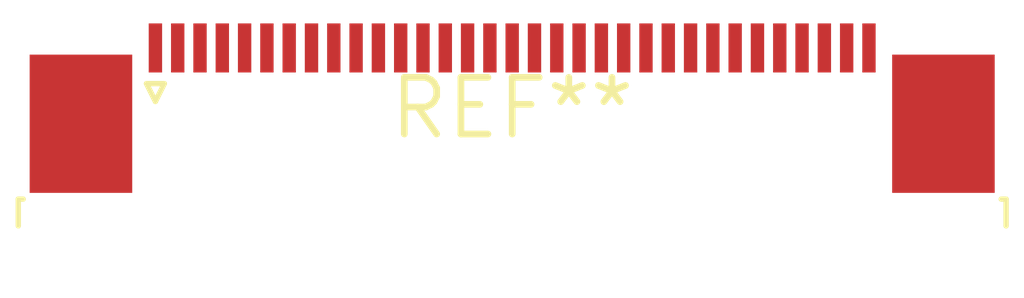
<source format=kicad_pcb>
(kicad_pcb (version 20240108) (generator pcbnew)
  (layers (0 "F.Cu" signal) (31 "B.Cu" signal) (34 "B.Paste" user) (35 "F.Paste" user) (36 "B.SilkS" user "B.Silkscreen") (37 "F.SilkS" user "F.Silkscreen") (38 "B.Mask" user) (39 "F.Mask" user) (44 "Edge.Cuts" user))
  (net 0 "")
  (footprint "TE_3-1734839-3_1x33-1MP_P0.5mm_Horizontal" (layer "F.Cu") (at 0 0)
    (property "Reference" "REF**")
    (property "Value" "PCB Edge")
    (fp_line (start -11.075 2.04) (end -11.075 2.64) (layer "F.SilkS") (stroke (width 0.12)))
    (fp_line (start -10.965 2.04) (end -11.075 2.04) (layer "F.SilkS") (stroke (width 0.12)))
    (fp_line (start -8.2 -0.55) (end -8 -0.15) (layer "F.SilkS") (stroke (width 0.12)))
    (fp_line (start -8 -0.15) (end -7.8 -0.55) (layer "F.SilkS") (stroke (width 0.12)))
    (fp_line (start -7.8 -0.55) (end -8.2 -0.55) (layer "F.SilkS") (stroke (width 0.12)))
    (fp_line (start 10.965 2.04) (end 11.075 2.04) (layer "F.SilkS") (stroke (width 0.12)))
    (fp_line (start 11.075 2.04) (end 11.075 2.64) (layer "F.SilkS") (stroke (width 0.12)))
    (pad "1" smd rect (at -8 -1.35) (size 0.3 1.1) (layers "F.Cu" "F.Paste" "F.Mask"))
    (pad "2" smd rect (at -7.5 -1.35) (size 0.3 1.1) (layers "F.Cu" "F.Paste" "F.Mask"))
    (pad "3" smd rect (at -7 -1.35) (size 0.3 1.1) (layers "F.Cu" "F.Paste" "F.Mask"))
    (pad "4" smd rect (at -6.5 -1.35) (size 0.3 1.1) (layers "F.Cu" "F.Paste" "F.Mask"))
    (pad "5" smd rect (at -6 -1.35) (size 0.3 1.1) (layers "F.Cu" "F.Paste" "F.Mask"))
    (pad "6" smd rect (at -5.5 -1.35) (size 0.3 1.1) (layers "F.Cu" "F.Paste" "F.Mask"))
    (pad "7" smd rect (at -5 -1.35) (size 0.3 1.1) (layers "F.Cu" "F.Paste" "F.Mask"))
    (pad "8" smd rect (at -4.5 -1.35) (size 0.3 1.1) (layers "F.Cu" "F.Paste" "F.Mask"))
    (pad "9" smd rect (at -4 -1.35) (size 0.3 1.1) (layers "F.Cu" "F.Paste" "F.Mask"))
    (pad "10" smd rect (at -3.5 -1.35) (size 0.3 1.1) (layers "F.Cu" "F.Paste" "F.Mask"))
    (pad "11" smd rect (at -3 -1.35) (size 0.3 1.1) (layers "F.Cu" "F.Paste" "F.Mask"))
    (pad "12" smd rect (at -2.5 -1.35) (size 0.3 1.1) (layers "F.Cu" "F.Paste" "F.Mask"))
    (pad "13" smd rect (at -2 -1.35) (size 0.3 1.1) (layers "F.Cu" "F.Paste" "F.Mask"))
    (pad "14" smd rect (at -1.5 -1.35) (size 0.3 1.1) (layers "F.Cu" "F.Paste" "F.Mask"))
    (pad "15" smd rect (at -1 -1.35) (size 0.3 1.1) (layers "F.Cu" "F.Paste" "F.Mask"))
    (pad "16" smd rect (at -0.5 -1.35) (size 0.3 1.1) (layers "F.Cu" "F.Paste" "F.Mask"))
    (pad "17" smd rect (at 0 -1.35) (size 0.3 1.1) (layers "F.Cu" "F.Paste" "F.Mask"))
    (pad "18" smd rect (at 0.5 -1.35) (size 0.3 1.1) (layers "F.Cu" "F.Paste" "F.Mask"))
    (pad "19" smd rect (at 1 -1.35) (size 0.3 1.1) (layers "F.Cu" "F.Paste" "F.Mask"))
    (pad "20" smd rect (at 1.5 -1.35) (size 0.3 1.1) (layers "F.Cu" "F.Paste" "F.Mask"))
    (pad "21" smd rect (at 2 -1.35) (size 0.3 1.1) (layers "F.Cu" "F.Paste" "F.Mask"))
    (pad "22" smd rect (at 2.5 -1.35) (size 0.3 1.1) (layers "F.Cu" "F.Paste" "F.Mask"))
    (pad "23" smd rect (at 3 -1.35) (size 0.3 1.1) (layers "F.Cu" "F.Paste" "F.Mask"))
    (pad "24" smd rect (at 3.5 -1.35) (size 0.3 1.1) (layers "F.Cu" "F.Paste" "F.Mask"))
    (pad "25" smd rect (at 4 -1.35) (size 0.3 1.1) (layers "F.Cu" "F.Paste" "F.Mask"))
    (pad "26" smd rect (at 4.5 -1.35) (size 0.3 1.1) (layers "F.Cu" "F.Paste" "F.Mask"))
    (pad "27" smd rect (at 5 -1.35) (size 0.3 1.1) (layers "F.Cu" "F.Paste" "F.Mask"))
    (pad "28" smd rect (at 5.5 -1.35) (size 0.3 1.1) (layers "F.Cu" "F.Paste" "F.Mask"))
    (pad "29" smd rect (at 6 -1.35) (size 0.3 1.1) (layers "F.Cu" "F.Paste" "F.Mask"))
    (pad "30" smd rect (at 6.5 -1.35) (size 0.3 1.1) (layers "F.Cu" "F.Paste" "F.Mask"))
    (pad "31" smd rect (at 7 -1.35) (size 0.3 1.1) (layers "F.Cu" "F.Paste" "F.Mask"))
    (pad "32" smd rect (at 7.5 -1.35) (size 0.3 1.1) (layers "F.Cu" "F.Paste" "F.Mask"))
    (pad "33" smd rect (at 8 -1.35) (size 0.3 1.1) (layers "F.Cu" "F.Paste" "F.Mask"))
    (pad "MP" smd rect (at -9.67 0.35) (size 2.3 3.1) (layers "F.Cu" "F.Paste" "F.Mask"))
    (pad "MP" smd rect (at 9.67 0.35) (size 2.3 3.1) (layers "F.Cu" "F.Paste" "F.Mask"))
  )
)
</source>
